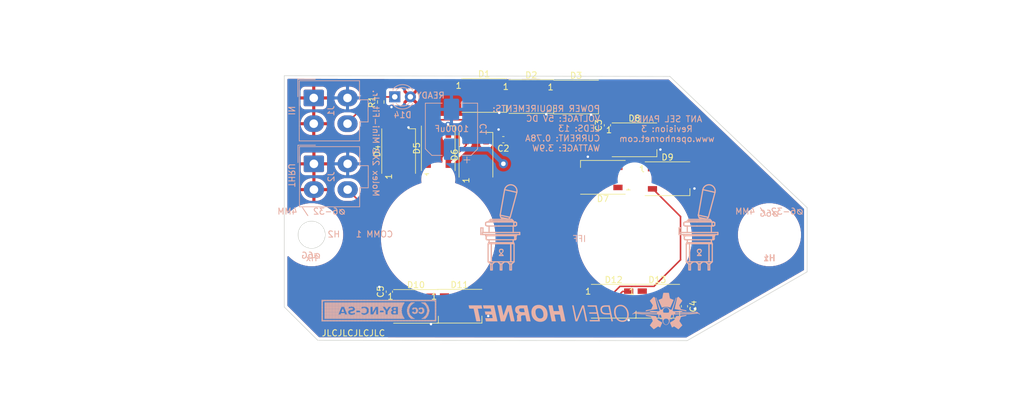
<source format=kicad_pcb>
(kicad_pcb (version 20211014) (generator pcbnew)
  (title_block (title "ANT SEL PANEL") (date "2023-02-10") (rev "3") (company "www.openhornet.com") (comment 1 "License:  CC BY-NC-SA") (comment 2 "Backlighting - Type A"))
  (layers (0 "F.Cu" signal) (31 "B.Cu" signal) (34 "B.Paste" user) (35 "F.Paste" user) (36 "B.SilkS" user "B.Silkscreen") (37 "F.SilkS" user "F.Silkscreen") (38 "B.Mask" user) (39 "F.Mask" user) (44 "Edge.Cuts" user))
  (net 0 "")
  (net 1 "Net-(D1-Pad2)")
  (net 2 "Net-(D2-Pad2)")
  (net 3 "Net-(D3-Pad2)")
  (net 4 "Net-(D4-Pad2)")
  (net 5 "Net-(D5-Pad2)")
  (net 6 "Net-(D6-Pad2)")
  (net 7 "Net-(D7-Pad2)")
  (net 8 "Net-(D8-Pad2)")
  (net 9 "Net-(D10-Pad4)")
  (net 10 "Net-(D10-Pad2)")
  (net 11 "Net-(D11-Pad2)")
  (net 12 "Net-(D12-Pad2)")
  (net 13 "/LEDGND")
  (net 14 "/LED+5V")
  (net 15 "Net-(D14-Pad1)")
  (net 16 "/DATAIN")
  (net 17 "/DATAOUT")
  (footprint "OH_Footprints:LED_WS2812B_PLCC4_5.0x5.0mm_P3.2mm" (layer "F.Cu") (at 110.1732 41.5292)
    (fp_text reference "D1" (at 0 -3.5) (layer "F.SilkS"))
    (fp_text value "WS2812B")
    (fp_text user "1" (at -4.15 -1.6) (layer "F.SilkS"))
    (pad "1" smd rect (at -2.45 -1.65) (size 1.5 0.9) (layers "F.Cu" "F.Paste" "F.Mask") (net 14 "/LED+5V"))
    (pad "2" smd rect (at -2.45 1.65) (size 1.5 0.9) (layers "F.Cu" "F.Paste" "F.Mask") (net 1 "Net-(D1-Pad2)"))
    (pad "3" smd rect (at 2.45 1.65) (size 1.5 0.9) (layers "F.Cu" "F.Paste" "F.Mask") (net 13 "/LEDGND"))
    (pad "4" smd rect (at 2.45 -1.65) (size 1.5 0.9) (layers "F.Cu" "F.Paste" "F.Mask") (net 16 "/DATAIN"))
  )
  (footprint "OH_Footprints:LED_WS2812B_PLCC4_5.0x5.0mm_P3.2mm" (layer "F.Cu") (at 117.8562 41.7068)
    (fp_text reference "D2" (at 0 -3.5) (layer "F.SilkS"))
    (fp_text value "WS2812B")
    (fp_text user "1" (at -4.15 -1.6) (layer "F.SilkS"))
    (pad "1" smd rect (at -2.45 -1.65) (size 1.5 0.9) (layers "F.Cu" "F.Paste" "F.Mask") (net 14 "/LED+5V"))
    (pad "2" smd rect (at -2.45 1.65) (size 1.5 0.9) (layers "F.Cu" "F.Paste" "F.Mask") (net 2 "Net-(D2-Pad2)"))
    (pad "3" smd rect (at 2.45 1.65) (size 1.5 0.9) (layers "F.Cu" "F.Paste" "F.Mask") (net 13 "/LEDGND"))
    (pad "4" smd rect (at 2.45 -1.65) (size 1.5 0.9) (layers "F.Cu" "F.Paste" "F.Mask") (net 1 "Net-(D1-Pad2)"))
  )
  (footprint "OH_Footprints:LED_WS2812B_PLCC4_5.0x5.0mm_P3.2mm" (layer "F.Cu") (at 125.1592 41.7828)
    (fp_text reference "D3" (at 0 -3.5) (layer "F.SilkS"))
    (fp_text value "WS2812B")
    (fp_text user "1" (at -4.15 -1.6) (layer "F.SilkS"))
    (pad "1" smd rect (at -2.45 -1.65) (size 1.5 0.9) (layers "F.Cu" "F.Paste" "F.Mask") (net 14 "/LED+5V"))
    (pad "2" smd rect (at -2.45 1.65) (size 1.5 0.9) (layers "F.Cu" "F.Paste" "F.Mask") (net 3 "Net-(D3-Pad2)"))
    (pad "3" smd rect (at 2.45 1.65) (size 1.5 0.9) (layers "F.Cu" "F.Paste" "F.Mask") (net 13 "/LEDGND"))
    (pad "4" smd rect (at 2.45 -1.65) (size 1.5 0.9) (layers "F.Cu" "F.Paste" "F.Mask") (net 2 "Net-(D2-Pad2)"))
  )
  (footprint "OH_Footprints:LED_WS2812B_PLCC4_5.0x5.0mm_P3.2mm" (layer "F.Cu") (at 96.2408 50.6084 90)
    (fp_text reference "D4" (at 0 -3.5 90) (layer "F.SilkS"))
    (fp_text value "WS2812B")
    (fp_text user "1" (at -4.15 -1.6 90) (layer "F.SilkS"))
    (pad "1" smd rect (at -2.45 -1.65 90) (size 1.5 0.9) (layers "F.Cu" "F.Paste" "F.Mask") (net 14 "/LED+5V"))
    (pad "2" smd rect (at -2.45 1.65 90) (size 1.5 0.9) (layers "F.Cu" "F.Paste" "F.Mask") (net 4 "Net-(D4-Pad2)"))
    (pad "3" smd rect (at 2.45 1.65 90) (size 1.5 0.9) (layers "F.Cu" "F.Paste" "F.Mask") (net 13 "/LEDGND"))
    (pad "4" smd rect (at 2.45 -1.65 90) (size 1.5 0.9) (layers "F.Cu" "F.Paste" "F.Mask") (net 3 "Net-(D3-Pad2)"))
  )
  (footprint "OH_Footprints:LED_WS2812B_PLCC4_5.0x5.0mm_P3.2mm" (layer "F.Cu") (at 102.6922 50.1512 90)
    (fp_text reference "D5" (at 0 -3.5 90) (layer "F.SilkS"))
    (fp_text value "WS2812B")
    (fp_text user "1" (at -4.15 -1.6 90) (layer "F.SilkS"))
    (pad "1" smd rect (at -2.45 -1.65 90) (size 1.5 0.9) (layers "F.Cu" "F.Paste" "F.Mask") (net 14 "/LED+5V"))
    (pad "2" smd rect (at -2.45 1.65 90) (size 1.5 0.9) (layers "F.Cu" "F.Paste" "F.Mask") (net 5 "Net-(D5-Pad2)"))
    (pad "3" smd rect (at 2.45 1.65 90) (size 1.5 0.9) (layers "F.Cu" "F.Paste" "F.Mask") (net 13 "/LEDGND"))
    (pad "4" smd rect (at 2.45 -1.65 90) (size 1.5 0.9) (layers "F.Cu" "F.Paste" "F.Mask") (net 4 "Net-(D4-Pad2)"))
  )
  (footprint "OH_Footprints:LED_WS2812B_PLCC4_5.0x5.0mm_P3.2mm" (layer "F.Cu") (at 108.8392 51.218 90)
    (fp_text reference "D6" (at 0 -3.5 90) (layer "F.SilkS"))
    (fp_text value "WS2812B")
    (fp_text user "1" (at -4.15 -1.6 90) (layer "F.SilkS"))
    (pad "1" smd rect (at -2.45 -1.65 90) (size 1.5 0.9) (layers "F.Cu" "F.Paste" "F.Mask") (net 14 "/LED+5V"))
    (pad "2" smd rect (at -2.45 1.65 90) (size 1.5 0.9) (layers "F.Cu" "F.Paste" "F.Mask") (net 6 "Net-(D6-Pad2)"))
    (pad "3" smd rect (at 2.45 1.65 90) (size 1.5 0.9) (layers "F.Cu" "F.Paste" "F.Mask") (net 13 "/LEDGND"))
    (pad "4" smd rect (at 2.45 -1.65 90) (size 1.5 0.9) (layers "F.Cu" "F.Paste" "F.Mask") (net 5 "Net-(D5-Pad2)"))
  )
  (footprint "OH_Footprints:LED_WS2812B_PLCC4_5.0x5.0mm_P3.2mm" (layer "F.Cu") (at 129.5282 54.8892 180)
    (fp_text reference "D7" (at 0 -3.5 180) (layer "F.SilkS"))
    (fp_text value "WS2812B")
    (fp_text user "1" (at -4.15 -1.6 180) (layer "F.SilkS"))
    (pad "1" smd rect (at -2.45 -1.65 180) (size 1.5 0.9) (layers "F.Cu" "F.Paste" "F.Mask") (net 14 "/LED+5V"))
    (pad "2" smd rect (at -2.45 1.65 180) (size 1.5 0.9) (layers "F.Cu" "F.Paste" "F.Mask") (net 7 "Net-(D7-Pad2)"))
    (pad "3" smd rect (at 2.45 1.65 180) (size 1.5 0.9) (layers "F.Cu" "F.Paste" "F.Mask") (net 13 "/LEDGND"))
    (pad "4" smd rect (at 2.45 -1.65 180) (size 1.5 0.9) (layers "F.Cu" "F.Paste" "F.Mask") (net 6 "Net-(D6-Pad2)"))
  )
  (footprint "OH_Footprints:LED_WS2812B_PLCC4_5.0x5.0mm_P3.2mm" (layer "F.Cu") (at 134.6712 48.768)
    (fp_text reference "D8" (at 0 -3.5) (layer "F.SilkS"))
    (fp_text value "WS2812B")
    (fp_text user "1" (at -4.15 -1.6) (layer "F.SilkS"))
    (pad "1" smd rect (at -2.45 -1.65) (size 1.5 0.9) (layers "F.Cu" "F.Paste" "F.Mask") (net 14 "/LED+5V"))
    (pad "2" smd rect (at -2.45 1.65) (size 1.5 0.9) (layers "F.Cu" "F.Paste" "F.Mask") (net 8 "Net-(D8-Pad2)"))
    (pad "3" smd rect (at 2.45 1.65) (size 1.5 0.9) (layers "F.Cu" "F.Paste" "F.Mask") (net 13 "/LEDGND"))
    (pad "4" smd rect (at 2.45 -1.65) (size 1.5 0.9) (layers "F.Cu" "F.Paste" "F.Mask") (net 7 "Net-(D7-Pad2)"))
  )
  (footprint "OH_Footprints:LED_WS2812B_PLCC4_5.0x5.0mm_P3.2mm" (layer "F.Cu") (at 140.0552 55.118)
    (fp_text reference "D9" (at 0 -3.5) (layer "F.SilkS"))
    (fp_text value "WS2812B")
    (fp_text user "1" (at -4.15 -1.6) (layer "F.SilkS"))
    (pad "1" smd rect (at -2.45 -1.65) (size 1.5 0.9) (layers "F.Cu" "F.Paste" "F.Mask") (net 14 "/LED+5V"))
    (pad "2" smd rect (at -2.45 1.65) (size 1.5 0.9) (layers "F.Cu" "F.Paste" "F.Mask") (net 9 "Net-(D10-Pad4)"))
    (pad "3" smd rect (at 2.45 1.65) (size 1.5 0.9) (layers "F.Cu" "F.Paste" "F.Mask") (net 13 "/LEDGND"))
    (pad "4" smd rect (at 2.45 -1.65) (size 1.5 0.9) (layers "F.Cu" "F.Paste" "F.Mask") (net 8 "Net-(D8-Pad2)"))
  )
  (footprint "OH_Footprints:LED_WS2812B_PLCC4_5.0x5.0mm_P3.2mm" (layer "F.Cu") (at 99.0602 75.946)
    (fp_text reference "D10" (at 0 -3.5) (layer "F.SilkS"))
    (fp_text value "WS2812B")
    (fp_text user "1" (at -4.15 -1.6) (layer "F.SilkS"))
    (pad "1" smd rect (at -2.45 -1.65) (size 1.5 0.9) (layers "F.Cu" "F.Paste" "F.Mask") (net 14 "/LED+5V"))
    (pad "2" smd rect (at -2.45 1.65) (size 1.5 0.9) (layers "F.Cu" "F.Paste" "F.Mask") (net 10 "Net-(D10-Pad2)"))
    (pad "3" smd rect (at 2.45 1.65) (size 1.5 0.9) (layers "F.Cu" "F.Paste" "F.Mask") (net 13 "/LEDGND"))
    (pad "4" smd rect (at 2.45 -1.65) (size 1.5 0.9) (layers "F.Cu" "F.Paste" "F.Mask") (net 9 "Net-(D10-Pad4)"))
  )
  (footprint "OH_Footprints:LED_WS2812B_PLCC4_5.0x5.0mm_P3.2mm" (layer "F.Cu") (at 106.1602 75.9204)
    (fp_text reference "D11" (at 0 -3.5) (layer "F.SilkS"))
    (fp_text value "WS2812B")
    (fp_text user "1" (at -4.15 -1.6) (layer "F.SilkS"))
    (pad "1" smd rect (at -2.45 -1.65) (size 1.5 0.9) (layers "F.Cu" "F.Paste" "F.Mask") (net 14 "/LED+5V"))
    (pad "2" smd rect (at -2.45 1.65) (size 1.5 0.9) (layers "F.Cu" "F.Paste" "F.Mask") (net 11 "Net-(D11-Pad2)"))
    (pad "3" smd rect (at 2.45 1.65) (size 1.5 0.9) (layers "F.Cu" "F.Paste" "F.Mask") (net 13 "/LEDGND"))
    (pad "4" smd rect (at 2.45 -1.65) (size 1.5 0.9) (layers "F.Cu" "F.Paste" "F.Mask") (net 10 "Net-(D10-Pad2)"))
  )
  (footprint "OH_Footprints:LED_WS2812B_PLCC4_5.0x5.0mm_P3.2mm" (layer "F.Cu") (at 131.2792 75.1076)
    (fp_text reference "D12" (at 0 -3.5) (layer "F.SilkS"))
    (fp_text value "WS2812B")
    (fp_text user "1" (at -4.15 -1.6) (layer "F.SilkS"))
    (pad "1" smd rect (at -2.45 -1.65) (size 1.5 0.9) (layers "F.Cu" "F.Paste" "F.Mask") (net 14 "/LED+5V"))
    (pad "2" smd rect (at -2.45 1.65) (size 1.5 0.9) (layers "F.Cu" "F.Paste" "F.Mask") (net 12 "Net-(D12-Pad2)"))
    (pad "3" smd rect (at 2.45 1.65) (size 1.5 0.9) (layers "F.Cu" "F.Paste" "F.Mask") (net 13 "/LEDGND"))
    (pad "4" smd rect (at 2.45 -1.65) (size 1.5 0.9) (layers "F.Cu" "F.Paste" "F.Mask") (net 11 "Net-(D11-Pad2)"))
  )
  (footprint "OH_Footprints:LED_WS2812B_PLCC4_5.0x5.0mm_P3.2mm" (layer "F.Cu") (at 138.3912 75.1076)
    (fp_text reference "D13" (at 0 -3.5) (layer "F.SilkS"))
    (fp_text value "WS2812B")
    (fp_text user "1" (at -4.15 -1.6) (layer "F.SilkS"))
    (pad "1" smd rect (at -2.45 -1.65) (size 1.5 0.9) (layers "F.Cu" "F.Paste" "F.Mask") (net 14 "/LED+5V"))
    (pad "2" smd rect (at -2.45 1.65) (size 1.5 0.9) (layers "F.Cu" "F.Paste" "F.Mask") (net 17 "/DATAOUT"))
    (pad "3" smd rect (at 2.45 1.65) (size 1.5 0.9) (layers "F.Cu" "F.Paste" "F.Mask") (net 13 "/LEDGND"))
    (pad "4" smd rect (at 2.45 -1.65) (size 1.5 0.9) (layers "F.Cu" "F.Paste" "F.Mask") (net 12 "Net-(D12-Pad2)"))
  )
  (footprint "OH_Footprints:R_0603_1608Metric" (layer "F.Cu") (at 93.32722 42.5953 90)
    (fp_text reference "R1" (at 0 -1.43 90) (layer "F.SilkS"))
    (fp_text value "R")
    (pad "1" smd roundrect (at -0.825 0 90) (size 0.8 0.95) (layers "F.Cu" "F.Paste" "F.Mask") (net 13 "/LEDGND"))
    (pad "2" smd roundrect (at 0.825 0 90) (size 0.8 0.95) (layers "F.Cu" "F.Paste" "F.Mask") (net 15 "Net-(D14-Pad1)"))
  )
  (footprint "OH_Footprints:100SP1_Toggle_Silkscreen" (layer "F.Cu") (at 113.45 64.4)
    (fp_text reference "" hide)
    (fp_text value "" hide)
    (fp_text user "2" (at -0.475 2.775) (layer "B.SilkS"))
  )
  (footprint "OH_Footprints:100SP1_Toggle_Silkscreen" (layer "F.Cu") (at 145.75 64.4)
    (fp_text reference "" hide)
    (fp_text value "" hide)
    (fp_text user "2" (at -0.475 2.775) (layer "B.SilkS"))
  )
  (footprint "OH_Footprints:C_0603_1608Metric" (layer "F.Cu") (at 113.29924 48.74514 180)
    (fp_text reference "C2" (at 0 -1.43 180) (layer "F.SilkS"))
    (fp_text value "C")
    (pad "1" smd roundrect (at -0.775 0 180) (size 0.9 0.95) (layers "F.Cu" "F.Paste" "F.Mask") (net 14 "/LED+5V"))
    (pad "2" smd roundrect (at 0.775 0 180) (size 0.9 0.95) (layers "F.Cu" "F.Paste" "F.Mask") (net 13 "/LEDGND"))
  )
  (footprint "OH_Footprints:C_0603_1608Metric" (layer "F.Cu") (at 130.2639 46.39788 90)
    (fp_text reference "C3" (at 0 -1.43 90) (layer "F.SilkS"))
    (fp_text value "C")
    (pad "1" smd roundrect (at -0.775 0 90) (size 0.9 0.95) (layers "F.Cu" "F.Paste" "F.Mask") (net 14 "/LED+5V"))
    (pad "2" smd roundrect (at 0.775 0 90) (size 0.9 0.95) (layers "F.Cu" "F.Paste" "F.Mask") (net 13 "/LEDGND"))
  )
  (footprint "OH_Footprints:C_0603_1608Metric" (layer "F.Cu") (at 142.81658 75.92792 -90)
    (fp_text reference "C4" (at 0 -1.43 -90) (layer "F.SilkS"))
    (fp_text value "C")
    (pad "1" smd roundrect (at -0.775 0 270) (size 0.9 0.95) (layers "F.Cu" "F.Paste" "F.Mask") (net 14 "/LED+5V"))
    (pad "2" smd roundrect (at 0.775 0 270) (size 0.9 0.95) (layers "F.Cu" "F.Paste" "F.Mask") (net 13 "/LEDGND"))
  )
  (footprint "OH_Footprints:C_0603_1608Metric" (layer "F.Cu") (at 94.72422 73.54794 90)
    (fp_text reference "C5" (at 0 -1.43 90) (layer "F.SilkS"))
    (fp_text value "C")
    (pad "1" smd roundrect (at -0.775 0 90) (size 0.9 0.95) (layers "F.Cu" "F.Paste" "F.Mask") (net 14 "/LED+5V"))
    (pad "2" smd roundrect (at 0.775 0 90) (size 0.9 0.95) (layers "F.Cu" "F.Paste" "F.Mask") (net 13 "/LEDGND"))
  )
  (footprint "OH_Footprints:100SPX_Toggle_13mm_x_18mm" (layer "F.Cu") (at 134.70207 64.763673 180)
    (fp_text reference "3" hide)
    (fp_text value "100SPX_Toggle_13mm_x_18mm" hide)
    (pad "" np_thru_hole circle (at 0 9.525 180) (size 3.572 3.572) (drill 3.572) (layers *.Cu *.Mask) (clearance 1))
    (pad "" np_thru_hole circle (at 0 0 180) (size 12.7 12.7) (drill 12.7) (layers *.Mask "F.Cu") (clearance 1))
    (pad "" np_thru_hole circle (at 0 0 180) (size 12.7 12.7) (drill 12.7) (layers *.Mask "B.Cu") (clearance 3.65))
  )
  (footprint "OH_Footprints:100SPX_Toggle_13mm_x_18mm" (layer "F.Cu") (at 102.69807 64.763673 180)
    (fp_text reference "4" hide)
    (fp_text value "100SPX_Toggle_13mm_x_18mm" hide)
    (pad "" np_thru_hole circle (at 0 0 180) (size 12.7 12.7) (drill 12.7) (layers *.Mask "B.Cu") (clearance 3.65))
    (pad "" np_thru_hole circle (at 0 9.525 180) (size 3.572 3.572) (drill 3.572) (layers *.Cu *.Mask) (clearance 1))
    (pad "" np_thru_hole circle (at 0 0 180) (size 12.7 12.7) (drill 12.7) (layers *.Mask "F.Cu") (clearance 1))
  )
  (footprint "OH_Footprints:OH_Panel_6-32_PHS" (layer "F.Cu") (at 156.67307 64.255673)
    (fp_text reference "2" hide)
    (fp_text value "OH_Panel_Fastner_Keepout" hide)
    (fp_text user "H1" (at 0 3.81) (layer "B.SilkS") (effects (justify mirror)))
    (fp_text user "Hx" (at 0 3.81) (layer "B.SilkS") (effects (justify mirror)))
    (fp_text user "⌀6G" (at 0.00429 -3.473473) (layer "B.SilkS") (effects (justify mirror)))
    (fp_text user "⌀6-32 / 4MM" (at 0 -3.81) (layer "B.SilkS") (effects (justify mirror)))
    (pad "" np_thru_hole circle (at 0 0) (size 4.3 4.3) (drill 4.3) (layers *.Cu *.Mask) (clearance 3))
  )
  (footprint "OH_Footprints:OH_Panel_6-32_PHS" (layer "F.Cu") (at 82.06057 64.255673)
    (fp_text reference "1" hide)
    (fp_text value "OH_Panel_Fastner_Keepout" hide)
    (fp_text user "⌀6-32 / 4MM" (at 0 -3.81) (layer "B.SilkS") (effects (justify mirror)))
    (fp_text user "Hx" (at 0 3.81) (layer "B.SilkS") (effects (justify mirror)))
    (fp_text user "⌀6G" (at -0.07699 3.371827) (layer "B.SilkS") (effects (justify mirror)))
    (fp_text user "H2" (at 3.61363 -0.074953) (layer "B.SilkS") (effects (justify mirror)))
    (pad "" np_thru_hole circle (at 0 0) (size 4.3 4.3) (drill 4.3) (layers *.Cu *.Mask) (clearance 3))
  )
  (footprint "OH_Footprints:CP_Elec_8x10" (layer "B.Cu") (at 104.85 47.05 90)
    (fp_text reference "C1" (at 0 5.2 270) (layer "B.SilkS") (effects (justify mirror)))
    (fp_text value "C_Polarized")
    (pad "1" smd roundrect (at -3.25 0 90) (size 3.5 2.5) (layers "B.Cu" "B.Paste" "B.Mask") (roundrect_rratio 0.1) (net 14 "/LED+5V"))
    (pad "2" smd roundrect (at 3.25 0 90) (size 3.5 2.5) (layers "B.Cu" "B.Paste" "B.Mask") (roundrect_rratio 0.1) (net 13 "/LEDGND"))
  )
  (footprint "OH_Footprints:Molex_Mini-Fit_Jr_5566-04A_2x02_P4.20mm_Vertical" (layer "B.Cu") (at 82.40522 41.93794 -90)
    (fp_text reference "J1" (at 2.1 -2.820624 90) (layer "B.SilkS") (effects (justify mirror)))
    (fp_text value "Conn_01x04_Female")
    (pad "1" thru_hole roundrect (at 0 0 270) (size 2.7 3.3) (drill 1.4) (layers *.Cu *.Mask) (roundrect_rratio 0.092593) (net 14 "/LED+5V"))
    (pad "2" thru_hole oval (at 4.2 0 270) (size 2.7 3.3) (drill 1.4) (layers *.Cu *.Mask) (net 14 "/LED+5V"))
    (pad "3" thru_hole oval (at 0 -5.5 270) (size 2.7 3.3) (drill 1.4) (layers *.Cu *.Mask) (net 13 "/LEDGND"))
    (pad "4" thru_hole oval (at 4.2 -5.5 270) (size 2.7 3.3) (drill 1.4) (layers *.Cu *.Mask) (net 16 "/DATAIN"))
  )
  (footprint "OH_Footprints:Molex_Mini-Fit_Jr_5566-04A_2x02_P4.20mm_Vertical" (layer "B.Cu") (at 82.43062 52.68976 -90)
    (fp_text reference "J2" (at 2.1 -2.820624 90) (layer "B.SilkS") (effects (justify mirror)))
    (fp_text value "Conn_01x04_Female")
    (pad "1" thru_hole roundrect (at 0 0 270) (size 2.7 3.3) (drill 1.4) (layers *.Cu *.Mask) (roundrect_rratio 0.092593) (net 14 "/LED+5V"))
    (pad "2" thru_hole oval (at 4.2 0 270) (size 2.7 3.3) (drill 1.4) (layers *.Cu *.Mask) (net 14 "/LED+5V"))
    (pad "3" thru_hole oval (at 0 -5.5 270) (size 2.7 3.3) (drill 1.4) (layers *.Cu *.Mask) (net 13 "/LEDGND"))
    (pad "4" thru_hole oval (at 4.2 -5.5 270) (size 2.7 3.3) (drill 1.4) (layers *.Cu *.Mask) (net 17 "/DATAOUT"))
  )
  (footprint "OH_Footprints:LED_D3.0mm" (layer "B.Cu") (at 95.61 41.75)
    (fp_text reference "D14" (at 1.27 2.96 180) (layer "B.SilkS") (effects (justify mirror)))
    (fp_text value "LED")
    (pad "1" thru_hole rect (at 0 0) (size 1.8 1.8) (drill 0.9) (layers *.Cu *.Mask) (net 15 "Net-(D14-Pad1)"))
    (pad "2" thru_hole circle (at 2.54 0) (size 1.8 1.8) (drill 0.9) (layers *.Cu *.Mask) (net 14 "/LED+5V"))
  )
  (footprint "OH_Footprints:OH_LOGO_37.7mm_5.9mm" (layer "B.Cu") (at 126.492 76.708 180)
    (fp_text reference "" hide)
    (fp_text value "" hide)
  )
  (footprint "OH_Footprints:CC-NC-SA_18mm_x_3.5mm" (layer "B.Cu") (at 102.362 74.88682 180)
    (fp_text reference "CC-NC-SA_18mm_x_3.5mm" hide)
    (fp_text value "" hide)
  )
  (gr_line (start 77.6 38.3) (end 140.45 38.425) (layer "Edge.Cuts") (width 0.1))
  (gr_circle (center 82.06057 64.255673) (end 84.21322 64.255673) (layer "Edge.Cuts") (width 0.2) (fill none))
  (gr_line (start 143.256 81.534) (end 83.058 81.4832) (layer "Edge.Cuts") (width 0.1))
  (gr_line (start 162.814 59.8424) (end 162.814 70.3072) (layer "Edge.Cuts") (width 0.1))
  (gr_line (start 77.6 76.05) (end 77.6 38.3) (layer "Edge.Cuts") (width 0.1))
  (gr_line (start 83.058 81.4832) (end 77.6 76.05) (layer "Edge.Cuts") (width 0.1))
  (gr_line (start 162.814 70.3072) (end 143.256 81.534) (layer "Edge.Cuts") (width 0.1))
  (gr_line (start 140.45 38.425) (end 162.814 59.8424) (layer "Edge.Cuts") (width 0.1))
  (gr_text "IFF" (at 125.6792 64.9224) (layer "B.SilkS") (effects (font (size 1 1)) (justify mirror)))
  (gr_text "1000uF" (at 104.9 46.975) (layer "B.SilkS") (effects (font (size 1 1)) (justify mirror)))
  (gr_text "THRU" (at 78.77556 54.54396 270) (layer "B.SilkS") (effects (font (size 1 1)) (justify mirror)))
  (gr_text "READY" (at 101.425 41.525) (layer "B.SilkS") (effects (font (size 1 1)) (justify mirror)))
  (gr_text "POWER REQUIREMENTS:\nVOLTAGE: 5V DC\nLEDS: 13\nCURRENT: 0.78A\nWATTAGE: 3.9W" (at 129.159 46.9138) (layer "B.SilkS") (effects (font (size 1 1)) (justify left mirror)))
  (gr_text "ANT SEL PANEL\nRevision: 3\nwww.openhornet.com" (at 139.954 46.99) (layer "B.SilkS") (effects (font (size 1 1)) (justify mirror)))
  (gr_text "2" (at 112.95 67.2) (layer "B.SilkS") (effects (font (size 1 1)) (justify mirror)))
  (gr_text "2" (at 145.2 67.2) (layer "B.SilkS") (effects (font (size 1 1)) (justify mirror)))
  (gr_text "COMM 1" (at 92.2909 64.1731) (layer "B.SilkS") (effects (font (size 1 1)) (justify mirror)))
  (gr_text "IN" (at 78.77556 44.00296 270) (layer "B.SilkS") (effects (font (size 1 1)) (justify mirror)))
  (gr_text "Molex 2X2 Mini-Fit Jr." (at 92.5195 49.3268 270) (layer "B.SilkS") (effects (font (size 1 1)) (justify mirror)))
  (gr_text "JLCJLCJLCJLC" (at 88.875 80.3) (layer "F.SilkS") (effects (font (size 1 1))))
  (segment (start 120.3062 40.1068) (end 117.96502 40.1068) (width 0.25) (layer "F.Cu") (net 1))
  (segment (start 117.96502 40.1068) (end 115.767621 42.304199) (width 0.25) (layer "F.Cu") (net 1))
  (segment (start 108.548201 42.304199) (end 107.7232 43.1292) (width 0.25) (layer "F.Cu") (net 1))
  (segment (start 115.767621 42.304199) (end 108.548201 42.304199) (width 0.25) (layer "F.Cu") (net 1))
  (segment (start 115.4062 43.3068) (end 116.231201 42.481799) (width 0.25) (layer "F.Cu") (net 2))
  (segment (start 126.784199 39.357799) (end 127.6092 40.1828) (width 0.25) (layer "F.Cu") (net 2))
  (segment (start 119.766203 42.481799) (end 121.634199 40.613803) (width 0.25) (layer "F.Cu") (net 2))
  (segment (start 121.634199 39.422799) (end 121.699199 39.357799) (width 0.25) (layer "F.Cu") (net 2))
  (segment (start 116.231201 42.481799) (end 119.766203 42.481799) (width 0.25) (layer "F.Cu") (net 2))
  (segment (start 121.699199 39.357799) (end 126.784199 39.357799) (width 0.25) (layer "F.Cu") (net 2))
  (segment (start 121.634199 40.613803) (end 121.634199 39.422799) (width 0.25) (layer "F.Cu") (net 2))
  (segment (start 120.594081 45.497919) (end 122.7092 43.3828) (width 0.25) (layer "F.Cu") (net 3))
  (segment (start 97.301281 45.497919) (end 120.594081 45.497919) (width 0.25) (layer "F.Cu") (net 3))
  (segment (start 94.6408 48.1584) (end 97.301281 45.497919) (width 0.25) (layer "F.Cu") (net 3))
  (segment (start 101.0922 49.807) (end 97.8408 53.0584) (width 0.25) (layer "F.Cu") (net 4))
  (segment (start 101.0922 47.7012) (end 101.0922 49.807) (width 0.25) (layer "F.Cu") (net 4))
  (segment (start 107.2392 49.6542) (end 104.2922 52.6012) (width 0.25) (layer "F.Cu") (net 5))
  (segment (start 107.2392 48.768) (end 107.2392 49.6542) (width 0.25) (layer "F.Cu") (net 5))
  (segment (start 113.2604 56.4892) (end 127.0782 56.4892) (width 0.25) (layer "F.Cu") (net 6))
  (segment (start 110.4392 53.668) (end 113.2604 56.4892) (width 0.25) (layer "F.Cu") (net 6))
  (segment (start 135.496201 49.542999) (end 131.211199 49.542999) (width 0.25) (layer "F.Cu") (net 7))
  (segment (start 131.146199 49.607999) (end 131.146199 52.457199) (width 0.25) (layer "F.Cu") (net 7))
  (segment (start 137.1212 47.918) (end 135.496201 49.542999) (width 0.25) (layer "F.Cu") (net 7))
  (segment (start 131.211199 49.542999) (end 131.146199 49.607999) (width 0.25) (layer "F.Cu") (net 7))
  (segment (start 131.146199 52.457199) (end 131.9782 53.2892) (width 0.25) (layer "F.Cu") (net 7))
  (segment (start 137.1212 47.168) (end 137.1212 47.918) (width 0.25) (layer "F.Cu") (net 7))
  (segment (start 141.680199 52.692999) (end 142.5052 53.518) (width 0.25) (layer "F.Cu") (net 8))
  (segment (start 135.286198 50.368) (end 137.611197 52.692999) (width 0.25) (layer "F.Cu") (net 8))
  (segment (start 132.2212 50.368) (end 135.286198 50.368) (width 0.25) (layer "F.Cu") (net 8))
  (segment (start 137.611197 52.692999) (end 141.680199 52.692999) (width 0.25) (layer "F.Cu") (net 8))
  (segment (start 130.175 74.8157) (end 132.308101 72.682599) (width 0.25) (layer "F.Cu") (net 9))
  (segment (start 107.600199 73.495399) (end 109.620201 73.495399) (width 0.25) (layer "F.Cu") (net 9))
  (segment (start 102.309601 75.145401) (end 105.950197 75.145401) (width 0.25) (layer "F.Cu") (net 9))
  (segment (start 105.950197 75.145401) (end 107.600199 73.495399) (width 0.25) (layer "F.Cu") (net 9))
  (segment (start 142.177071 68.351674) (end 142.177071 61.289871) (width 0.25) (layer "F.Cu") (net 9))
  (segment (start 142.177071 61.289871) (end 137.6052 56.718) (width 0.25) (layer "F.Cu") (net 9))
  (segment (start 110.940502 74.8157) (end 130.175 74.8157) (width 0.25) (layer "F.Cu") (net 9))
  (segment (start 101.5102 74.346) (end 102.309601 75.145401) (width 0.25) (layer "F.Cu") (net 9))
  (segment (start 132.308101 72.682599) (end 137.846146 72.682599) (width 0.25) (layer "F.Cu") (net 9))
  (segment (start 109.620201 73.495399) (end 110.940502 74.8157) (width 0.25) (layer "F.Cu") (net 9))
  (segment (start 137.846146 72.682599) (end 142.177071 68.351674) (width 0.25) (layer "F.Cu") (net 9))
  (segment (start 96.6102 77.546) (end 97.47614 76.68006) (width 0.25) (layer "F.Cu") (net 10))
  (segment (start 97.47614 76.68006) (end 106.25054 76.68006) (width 0.25) (layer "F.Cu") (net 10))
  (segment (start 106.25054 76.68006) (end 108.6102 74.3204) (width 0.25) (layer "F.Cu") (net 10))
  (segment (start 130.804211 75.432589) (end 114.127611 75.432589) (width 0.25) (layer "F.Cu") (net 11))
  (segment (start 114.127611 75.432589) (end 111.214799 78.345401) (width 0.25) (layer "F.Cu") (net 11))
  (segment (start 133.7292 73.5076) (end 132.7292 73.5076) (width 0.25) (layer "F.Cu") (net 11))
  (segment (start 111.214799 78.345401) (end 104.535201 78.345401) (width 0.25) (layer "F.Cu") (net 11))
  (segment (start 132.7292 73.5076) (end 130.804211 75.432589) (width 0.25) (layer "F.Cu") (net 11))
  (segment (start 104.535201 78.345401) (end 103.7102 77.5204) (width 0.25) (layer "F.Cu") (net 11))
  (segment (start 140.8412 74.2576) (end 136.192599 78.906201) (width 0.25) (layer "F.Cu") (net 12))
  (segment (start 131.027801 78.906201) (end 128.8292 76.7076) (width 0.25) (layer "F.Cu") (net 12))
  (segment (start 140.8412 73.5076) (end 140.8412 74.2576) (width 0.25) (layer "F.Cu") (net 12))
  (segment (start 136.192599 78.906201) (end 131.027801 78.906201) (width 0.25) (layer "F.Cu") (net 12))
  (segment (start 112.52424 47.08682) (end 112.52424 47.08682) (width 0.6) (layer "F.Cu") (net 13))
  (segment (start 112.6236 44.3611) (end 112.6232 44.3607) (width 0.6) (layer "F.Cu") (net 13))
  (segment (start 120.29186 44.6024) (end 120.3062 44.58806) (width 0.6) (layer "F.Cu") (net 13))
  (segment (start 127.58928 44.66336) (end 127.6092 44.64344) (width 0.6) (layer "F.Cu") (net 13))
  (segment (start 138.89736 50.36058) (end 138.88994 50.368) (width 0.6) (layer "F.Cu") (net 13))
  (segment (start 144.44726 56.71566) (end 144.44492 56.718) (width 0.6) (layer "F.Cu") (net 13))
  (segment (start 133.72846 78.1812) (end 133.7292 78.18046) (width 0.6) (layer "F.Cu") (net 13))
  (segment (start 110.83798 77.51826) (end 110.83584 77.5204) (width 0.6) (layer "F.Cu") (net 13))
  (segment (start 101.5102 78.8425) (end 101.5102 78.8425) (width 0.6) (layer "F.Cu") (net 13))
  (segment (start 93.0783 72.771) (end 93.08024 72.77294) (width 0.6) (layer "F.Cu") (net 13))
  (segment (start 97.8408 46.74362) (end 97.8408 46.74362) (width 0.6) (layer "F.Cu") (net 13))
  (segment (start 104.29494 46.22292) (end 104.2922 46.22566) (width 0.6) (layer "F.Cu") (net 13))
  (segment (start 127.07366 51.53152) (end 127.0782 51.53606) (width 0.6) (layer "F.Cu") (net 13))
  (segment (start 95.07474 43.42638) (end 95.06866 43.4203) (width 0.6) (layer "F.Cu") (net 13))
  (segment (start 133.7292 76.7076) (end 133.72846 78.1812) (width 0.6) (layer "F.Cu") (net 13))
  (segment (start 128.5488 45.62288) (end 127.58928 44.66336) (width 0.6) (layer "F.Cu") (net 13))
  (segment (start 120.3062 43.3068) (end 120.29186 44.6024) (width 0.6) (layer "F.Cu") (net 13))
  (segment (start 93.32722 43.4203) (end 95.07474 43.42638) (width 0.6) (layer "F.Cu") (net 13))
  (segment (start 104.2922 47.7012) (end 104.29494 46.22292) (width 0.6) (layer "F.Cu") (net 13))
  (segment (start 94.72422 72.77294) (end 93.0783 72.771) (width 0.6) (layer "F.Cu") (net 13))
  (segment (start 142.81658 76.70292) (end 144.50568 76.34478) (width 0.6) (layer "F.Cu") (net 13))
  (segment (start 127.6092 43.3828) (end 127.58928 44.66336) (width 0.6) (layer "F.Cu") (net 13))
  (segment (start 108.6102 77.5204) (end 110.83798 77.51826) (width 0.6) (layer "F.Cu") (net 13))
  (segment (start 127.0782 53.2892) (end 127.07366 51.53152) (width 0.6) (layer "F.Cu") (net 13))
  (segment (start 142.5052 56.718) (end 144.44726 56.71566) (width 0.6) (layer "F.Cu") (net 13))
  (segment (start 101.5102 77.546) (end 101.5102 78.8425) (width 0.6) (layer "F.Cu") (net 13))
  (segment (start 112.52424 48.74514) (end 112.52424 47.08682) (width 0.6) (layer "F.Cu") (net 13))
  (segment (start 112.6232 43.1292) (end 112.6236 44.3611) (width 0.6) (layer "F.Cu") (net 13))
  (segment (start 137.1212 50.368) (end 138.89736 50.36058) (width 0.6) (layer "F.Cu") (net 13))
  (segment (start 130.2639 45.62288) (end 128.5488 45.62288) (width 0.6) (layer "F.Cu") (net 13))
  (segment (start 140.8412 76.7076) (end 142.8119 76.7076) (width 0.6) (layer "F.Cu") (net 13))
  (segment (start 112.50138 48.768) (end 112.52424 48.74514) (width 0.6) (layer "F.Cu") (net 13))
  (segment (start 110.4392 48.768) (end 112.50138 48.768) (width 0.6) (layer "F.Cu") (net 13))
  (segment (start 97.8408 48.1584) (end 97.8408 46.74362) (width 0.6) (layer "F.Cu") (net 13))
  (segment (start 142.8119 76.7076) (end 142.81658 76.70292) (width 0.6) (layer "F.Cu") (net 13))
  (via (at 95.07474 43.42638) (size 0.8) (drill 0.4) (layers "F.Cu" "B.Cu") (net 13))
  (via (at 138.89736 50.36058) (size 0.8) (drill 0.4) (layers "F.Cu" "B.Cu") (net 13))
  (via (at 104.29494 46.22292) (size 0.8) (drill 0.4) (layers "F.Cu" "B.Cu") (net 13))
  (via (at 127.58928 44.66336) (size 0.8) (drill 0.4) (layers "F.Cu" "B.Cu") (net 13))
  (via (at 127.07366 51.53152) (size 0.8) (drill 0.4) (layers "F.Cu" "B.Cu") (net 13))
  (via (at 144.44726 56.71566) (size 0.8) (drill 0.4) (layers "F.Cu" "B.Cu") (net 13))
  (via (at 133.72846 78.1812) (size 0.8) (drill 0.4) (layers "F.Cu" "B.Cu") (net 13))
  (via (at 97.8408 46.74362) (size 0.8) (drill 0.4) (layers "F.Cu" "B.Cu") (net 13))
  (via (at 93.0783 72.771) (size 0.8) (drill 0.4) (layers "F.Cu" "B.Cu") (net 13))
  (via (at 120.29186 44.6024) (size 0.8) (drill 0.4) (layers "F.Cu" "B.Cu") (net 13))
  (via (at 112.6236 44.3611) (size 0.8) (drill 0.4) (layers "F.Cu" "B.Cu") (net 13))
  (via (at 112.52424 47.08682) (size 0.8) (drill 0.4) (layers "F.Cu" "B.Cu") (net 13))
  (via (at 144.50568 76.34478) (size 0.8) (drill 0.4) (layers "F.Cu" "B.Cu") (net 13))
  (via (at 101.5102 78.8425) (size 0.8) (drill 0.4) (layers "F.Cu" "B.Cu") (net 13))
  (via (at 110.83798 77.51826) (size 0.8) (drill 0.4) (layers "F.Cu" "B.Cu") (net 13))
  (via (at 113.3094 52.67706) (size 1.5) (drill 0.75) (layers "F.Cu" "B.Cu") (net 14))
  (segment (start 113.3094 52.67706) (end 113.3094 52.67706) (width 0.75) (layer "B.Cu") (net 14))
  (segment (start 104.85 50.3) (end 104.85 50.91056) (width 0.75) (layer "B.Cu") (net 14))
  (segment (start 110.93234 50.3) (end 113.3094 52.67706) (width 0.75) (layer "B.Cu") (net 14))
  (segment (start 104.85 50.3) (end 110.93234 50.3) (width 0.75) (layer "B.Cu") (net 14))
  (segment (start 93.32722 41.7703) (end 95.5897 41.7703) (width 0.25) (layer "F.Cu") (net 15))
  (segment (start 95.5897 41.7703) (end 95.61 41.75) (width 0.25) (layer "F.Cu") (net 15))
  (segment (start 110.798199 39.104199) (end 94.775843 39.104199) (width 0.25) (layer "F.Cu") (net 16))
  (segment (start 87.95094 45.929102) (end 87.95094 47.0625) (width 0.25) (layer "F.Cu") (net 16))
  (segment (start 94.775843 39.104199) (end 87.90522 45.974822) (width 0.25) (layer "F.Cu") (net 16))
  (segment (start 111.6232 39.9292) (end 110.798199 39.104199) (width 0.25) (layer "F.Cu") (net 16))
  (segment (start 112.6232 39.9292) (end 111.6232 39.9292) (width 0.25) (layer "F.Cu") (net 16))
  (segment (start 87.90522 45.974822) (end 87.90522 46.13794) (width 0.25) (layer "F.Cu") (net 16))
  (segment (start 127.819199 75.882599) (end 123.602898 80.0989) (width 0.25) (layer "F.Cu") (net 17))
  (segment (start 123.602898 80.0989) (end 91.11742 80.0989) (width 0.25) (layer "F.Cu") (net 17))
  (segment (start 134.739201 75.882599) (end 127.819199 75.882599) (width 0.25) (layer "F.Cu") (net 17))
  (segment (start 91.11742 80.0989) (end 91.11742 60.07656) (width 0.25) (layer "F.Cu") (net 17))
  (segment (start 135.9412 76.7076) (end 135.9412 77.084598) (width 0.25) (layer "F.Cu") (net 17))
  (segment (start 135.9412 77.084598) (end 134.739201 75.882599) (width 0.25) (layer "F.Cu") (net 17))
  (segment (start 91.11742 60.07656) (end 87.93062 56.88976) (width 0.25) (layer "F.Cu") (net 17))
  (zone (net 14) (net_name "/LED+5V") (layer "F.Cu") (connect_pads (clearance 0.508)) (min_thickness 0.254) (fill yes (thermal_gap 0.508) (thermal_bridge_width 0.508))
    (polygon (pts (xy 164.211 38.29558) (xy 164.60724 83.77682) (xy 75.62088 82.52714) (xy 76.69784 38.0111)))
  )
  (zone (net 13) (net_name "/LEDGND") (layer "B.Cu") (connect_pads (clearance 0.508)) (min_thickness 0.254) (fill yes (thermal_gap 0.508) (thermal_bridge_width 0.508))
    (polygon (pts (xy 163.8427 37.66566) (xy 164.3888 82.70494) (xy 75.74026 82.296) (xy 75.36688 36.71316)))
  )
)
</source>
